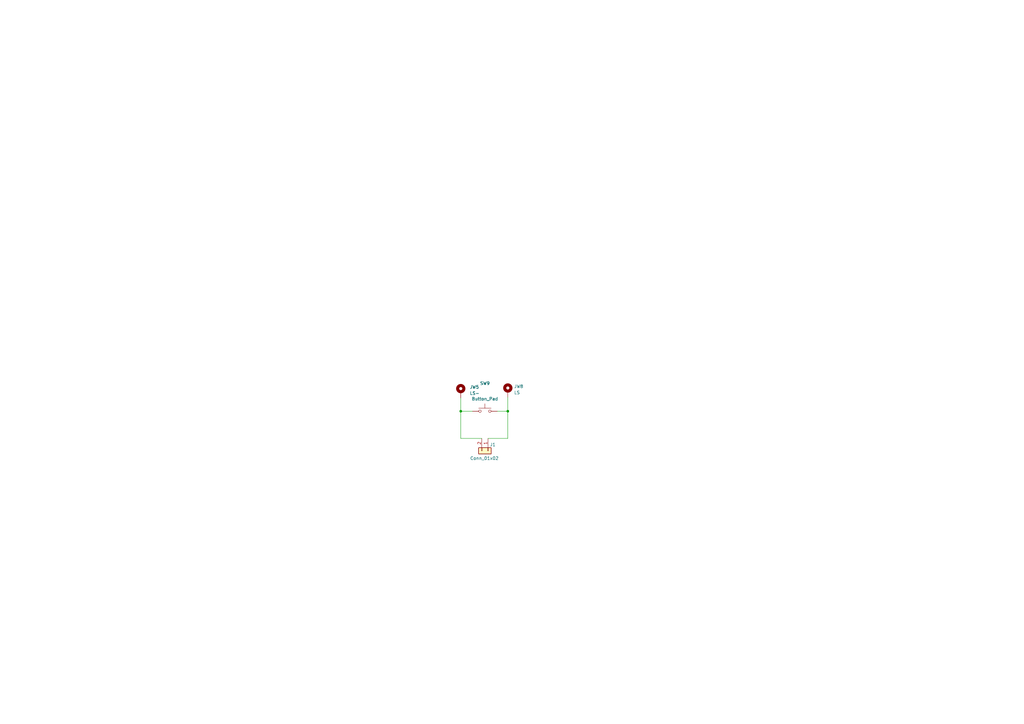
<source format=kicad_sch>
(kicad_sch (version 20230121) (generator eeschema)
  (paper "A3")
  (title_block (title "Nintendo OEM SNES controller replacement PCB") (date "2022-10-21") (rev "3") (comment 1 "http://creativecommons.org/licenses/by-sa/4.0") (comment 2 "Attribution-ShareAlike v4.0 license.") (comment 3 "This document describes Open Hardware and is licensed under the Creative Commons") (comment 4 "(c) 2022 Bob Taylor"))
  (lib_symbols
    (symbol "Connector_Generic:Conn_01x02" (pin_names (offset 1.016) hide)
      (property "Reference" "J" (at 0 2.54 0))
      (property "Value" "Conn_01x02" (at 0 -5.08 0))
      (symbol "Conn_01x02_1_1"
        (rectangle (start -1.27 -2.413) (end 0 -2.667) (stroke (width 0.1524)))
        (rectangle (start -1.27 0.127) (end 0 -0.127) (stroke (width 0.1524)))
        (rectangle (start -1.27 1.27) (end 1.27 -3.81) (stroke (width 0.254)) (fill (type background)))
        (pin passive line (at -5.08 0 0) (length 3.81) (name "Pin_1") (number "1"))
        (pin passive line (at -5.08 -2.54 0) (length 3.81) (name "Pin_2") (number "2"))
      )
    )
    (symbol "Mechanical:MountingHole_Pad" (pin_numbers hide) (pin_names (offset 1.016) hide)
      (property "Reference" "H" (at 0 6.35 0))
      (property "Value" "MountingHole_Pad" (at 0 4.445 0))
      (symbol "MountingHole_Pad_0_1"
        (circle (center 0 1.27) (radius 1.27) (stroke (width 1.27)))
      )
      (symbol "MountingHole_Pad_1_1"
        (pin input line (at 0 -2.54 90) (length 2.54) (name "1") (number "1"))
      )
    )
    (symbol "Switch:SW_Push" (pin_numbers hide) (pin_names (offset 1.016) hide)
      (property "Reference" "SW" (at 1.27 2.54 0))
      (property "Value" "SW_Push" (at 0 -1.524 0))
      (symbol "SW_Push_0_1"
        (circle (center -2.032 0) (radius 0.508))
        (polyline (pts (xy 0 1.27) (xy 0 3.048)))
        (polyline (pts (xy 2.54 1.27) (xy -2.54 1.27)))
        (circle (center 2.032 0) (radius 0.508))
        (pin passive line (at -5.08 0 0) (length 2.54) (name "1") (number "1"))
        (pin passive line (at 5.08 0 180) (length 2.54) (name "2") (number "2"))
      )
    )
  )
  (junction (at 208.28 168.656))
  (junction (at 188.976 168.656))
  (wire (pts (xy 208.28 168.656) (xy 208.28 179.832)))
  (wire (pts (xy 188.976 163.195) (xy 188.976 168.656)))
  (wire (pts (xy 188.976 168.656) (xy 188.976 179.832)))
  (wire (pts (xy 200.152 179.832) (xy 208.28 179.832)))
  (wire (pts (xy 197.612 179.832) (xy 188.976 179.832)))
  (wire (pts (xy 208.28 162.941) (xy 208.28 168.656)))
  (wire (pts (xy 203.962 168.656) (xy 208.28 168.656)))
  (wire (pts (xy 188.976 168.656) (xy 193.802 168.656)))
  (text "https://gp2040-ce.info/#/gp2040-shortcuts\nSelect + Start + Up = HOME\nSelect + Start + Up + Plug in USB = Boot Select Mode\nStart + Plug in USB = Webconfig mode\nB + Plug in USB = Nintendo Switch\nA + Plug in USB = Xinput\nY + Plug in USB = DirectInput/PS3\nSelect + Start + Down = D-Pad mode\nSelect + Start + Left = Left analog stick\nSelect + Start + Right = Right analog stick\nLeft + Select = Turbo\nLeft + Select + Up = Turbo rate increase\nLeft + Select + Down= Turbo rate decrease" (at 16.764 362.712 0) (effects (font (size 3 3)) (justify left bottom)))
  (symbol (lib_id "Mechanical:MountingHole_Pad") (at 208.28 160.401 0) (unit 1) (in_bom no)
    (property "Reference" "JW8" (at 210.82 158.496 0) (effects (justify left)))
    (property "Value" "LS" (at 210.82 161.036 0) (effects (justify left)))
    (property "Footprint" "MountingHole:MountingHole_1.2mm_Pad" (effects hide))
  )
  (symbol (lib_id "Switch:SW_Push") (at 198.882 168.656 0) (unit 1) (in_bom no)
    (property "Reference" "SW9" (at 198.882 157.226 0))
    (property "Value" "Button_Pad" (at 198.882 163.576 0))
    (property "Footprint" "VideoGames:BTN_Controller_5mm_0.3_0.3" (effects hide))
  )
  (symbol (lib_id "Mechanical:MountingHole_Pad") (at 188.976 160.655 0) (unit 1) (in_bom no)
    (property "Reference" "JW5" (at 192.659 158.75 0) (effects (justify left)))
    (property "Value" "LS-" (at 192.659 161.29 0) (effects (justify left)))
    (property "Footprint" "MountingHole:MountingHole_1.2mm_Pad" (effects hide))
  )
  (symbol (lib_id "Connector_Generic:Conn_01x02") (at 200.152 184.912 270) (unit 1)
    (property "Reference" "J1" (at 200.914 182.372 90) (effects (justify left)))
    (property "Value" "Conn_01x02" (at 192.786 187.96 90) (effects (justify left)))
    (property "Footprint" "Connector_JST:JST_PH_B2B-PH-K_1x02_P2.00mm_Vertical" (effects hide))
    (property "LCSC Part" "C7433692" (effects hide))
  )
)
</source>
